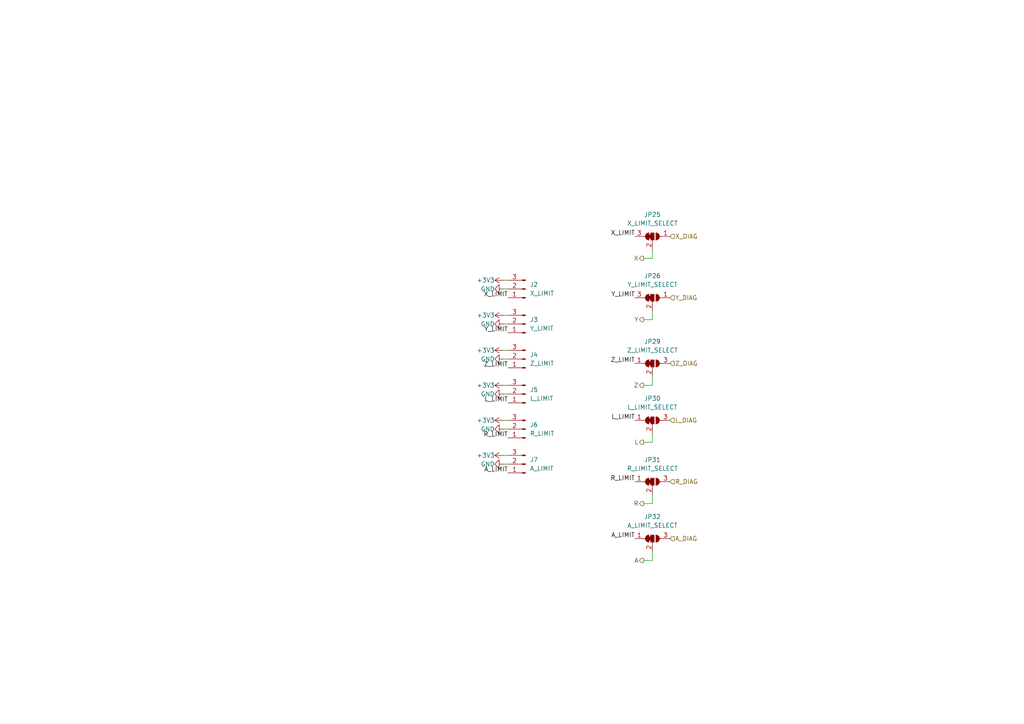
<source format=kicad_sch>
(kicad_sch (version 20230121) (generator eeschema)
  (paper "A4")
  (title_block (title "LumenPnP Motherboard") (date "2022-03-29") (company "Opulo"))
  (lib_symbols
    (symbol "Connector:Conn_01x03_Male" (pin_names (offset 1.016) hide)
      (property "Reference" "J" (at 0 5.08 0))
      (property "Value" "Conn_01x03_Male" (at 0 -5.08 0))
      (symbol "Conn_01x03_Male_1_1"
        (polyline (pts (xy 1.27 -2.54) (xy 0.8636 -2.54)) (stroke (width 0.1524)))
        (polyline (pts (xy 1.27 0) (xy 0.8636 0)) (stroke (width 0.1524)))
        (polyline (pts (xy 1.27 2.54) (xy 0.8636 2.54)) (stroke (width 0.1524)))
        (rectangle (start 0.8636 -2.413) (end 0 -2.667) (stroke (width 0.1524)) (fill (type outline)))
        (rectangle (start 0.8636 0.127) (end 0 -0.127) (stroke (width 0.1524)) (fill (type outline)))
        (rectangle (start 0.8636 2.667) (end 0 2.413) (stroke (width 0.1524)) (fill (type outline)))
        (pin passive line (at 5.08 2.54 180) (length 3.81) (name "Pin_1") (number "1"))
        (pin passive line (at 5.08 0 180) (length 3.81) (name "Pin_2") (number "2"))
        (pin passive line (at 5.08 -2.54 180) (length 3.81) (name "Pin_3") (number "3"))
      )
    )
    (symbol "Jumper:SolderJumper_3_Bridged12" (pin_names (offset 0) hide)
      (property "Reference" "JP" (at -2.54 -2.54 0))
      (property "Value" "SolderJumper_3_Bridged12" (at 0 2.794 0))
      (symbol "SolderJumper_3_Bridged12_0_1"
        (rectangle (start -1.016 0.508) (end -0.508 -0.508) (fill (type outline)))
        (arc (start -1.016 1.016) (mid -2.0276 0) (end -1.016 -1.016))
        (arc (start -1.016 1.016) (mid -2.0276 0) (end -1.016 -1.016) (fill (type outline)))
        (rectangle (start -0.508 1.016) (end 0.508 -1.016) (fill (type outline)))
        (polyline (pts (xy -2.54 0) (xy -2.032 0)))
        (polyline (pts (xy -1.016 1.016) (xy -1.016 -1.016)))
        (polyline (pts (xy 0 -1.27) (xy 0 -1.016)))
        (polyline (pts (xy 1.016 1.016) (xy 1.016 -1.016)))
        (polyline (pts (xy 2.54 0) (xy 2.032 0)))
        (arc (start 1.016 -1.016) (mid 2.0276 0) (end 1.016 1.016))
        (arc (start 1.016 -1.016) (mid 2.0276 0) (end 1.016 1.016) (fill (type outline)))
      )
      (symbol "SolderJumper_3_Bridged12_1_1"
        (pin passive line (at -5.08 0 0) (length 2.54) (name "A") (number "1"))
        (pin input line (at 0 -3.81 90) (length 2.54) (name "C") (number "2"))
        (pin passive line (at 5.08 0 180) (length 2.54) (name "B") (number "3"))
      )
    )
    (symbol "index:SolderJumper_3_Bridged23" (pin_names (offset 0) hide)
      (property "Reference" "JP" (at -2.54 -2.54 0))
      (property "Value" "SolderJumper_3_Bridged23" (at 0 2.794 0))
      (symbol "SolderJumper_3_Bridged23_0_1"
        (rectangle (start -1.016 0.508) (end -0.508 -0.508) (fill (type outline)))
        (arc (start -1.016 1.016) (mid -2.0276 0) (end -1.016 -1.016))
        (arc (start -1.016 1.016) (mid -2.0276 0) (end -1.016 -1.016) (fill (type outline)))
        (rectangle (start -0.508 1.016) (end 0.508 -1.016) (fill (type outline)))
        (polyline (pts (xy -2.54 0) (xy -2.032 0)))
        (polyline (pts (xy -1.016 1.016) (xy -1.016 -1.016)))
        (polyline (pts (xy 0 -1.27) (xy 0 -1.016)))
        (polyline (pts (xy 1.016 1.016) (xy 1.016 -1.016)))
        (polyline (pts (xy 2.54 0) (xy 2.032 0)))
        (arc (start 1.016 -1.016) (mid 2.0276 0) (end 1.016 1.016))
        (arc (start 1.016 -1.016) (mid 2.0276 0) (end 1.016 1.016) (fill (type outline)))
      )
      (symbol "SolderJumper_3_Bridged23_1_1"
        (pin passive line (at 5.08 0 180) (length 2.54) (name "B") (number "1"))
        (pin input line (at 0 -3.81 90) (length 2.54) (name "C") (number "2"))
        (pin passive line (at -5.08 0 0) (length 2.54) (name "A") (number "3"))
      )
    )
    (symbol "power:+3.3V" (power) (pin_names (offset 0))
      (property "Value" "+3.3V" (at 0 3.556 0))
      (symbol "+3.3V_0_1"
        (polyline (pts (xy -0.762 1.27) (xy 0 2.54)))
        (polyline (pts (xy 0 0) (xy 0 2.54)))
        (polyline (pts (xy 0 2.54) (xy 0.762 1.27)))
      )
      (symbol "+3.3V_1_1"
        (pin power_in line (at 0 0 90) (length 0) hide (name "+3V3") (number "1"))
      )
    )
    (symbol "power:GND" (power) (pin_names (offset 0))
      (property "Value" "GND" (at 0 -3.81 0))
      (symbol "GND_0_1"
        (polyline (pts (xy 0 0) (xy 0 -1.27) (xy 1.27 -1.27) (xy 0 -2.54) (xy -1.27 -1.27) (xy 0 -1.27)))
      )
      (symbol "GND_1_1"
        (pin power_in line (at 0 0 270) (length 0) hide (name "GND") (number "1"))
      )
    )
  )
  (wire (pts (xy 146.05 83.82) (xy 147.32 83.82)))
  (wire (pts (xy 146.05 101.6) (xy 147.32 101.6)))
  (wire (pts (xy 146.05 134.62) (xy 147.32 134.62)))
  (wire (pts (xy 189.23 111.76) (xy 189.23 109.22)))
  (wire (pts (xy 189.23 146.05) (xy 189.23 143.51)))
  (wire (pts (xy 186.69 74.93) (xy 189.23 74.93)))
  (wire (pts (xy 146.05 104.14) (xy 147.32 104.14)))
  (wire (pts (xy 189.23 162.56) (xy 189.23 160.02)))
  (wire (pts (xy 186.69 128.27) (xy 189.23 128.27)))
  (wire (pts (xy 146.05 114.3) (xy 147.32 114.3)))
  (wire (pts (xy 189.23 74.93) (xy 189.23 72.39)))
  (wire (pts (xy 146.05 111.76) (xy 147.32 111.76)))
  (wire (pts (xy 186.69 92.71) (xy 189.23 92.71)))
  (wire (pts (xy 146.05 121.92) (xy 147.32 121.92)))
  (wire (pts (xy 186.69 146.05) (xy 189.23 146.05)))
  (wire (pts (xy 186.69 162.56) (xy 189.23 162.56)))
  (wire (pts (xy 146.05 93.98) (xy 147.32 93.98)))
  (wire (pts (xy 186.69 111.76) (xy 189.23 111.76)))
  (wire (pts (xy 146.05 81.28) (xy 147.32 81.28)))
  (wire (pts (xy 189.23 92.71) (xy 189.23 90.17)))
  (wire (pts (xy 146.05 124.46) (xy 147.32 124.46)))
  (wire (pts (xy 146.05 132.08) (xy 147.32 132.08)))
  (wire (pts (xy 146.05 91.44) (xy 147.32 91.44)))
  (wire (pts (xy 189.23 128.27) (xy 189.23 125.73)))
  (label "X_LIMIT" (at 147.32 86.36 180))
  (label "Y_LIMIT" (at 147.32 96.52 180))
  (label "R_LIMIT" (at 184.15 139.7 180))
  (label "R_LIMIT" (at 147.32 127 180))
  (label "X_LIMIT" (at 184.15 68.58 180))
  (label "L_LIMIT" (at 184.15 121.92 180))
  (label "Z_LIMIT" (at 184.15 105.41 180))
  (label "Y_LIMIT" (at 184.15 86.36 180))
  (label "A_LIMIT" (at 147.32 137.16 180))
  (label "A_LIMIT" (at 184.15 156.21 180))
  (label "Z_LIMIT" (at 147.32 106.68 180))
  (label "L_LIMIT" (at 147.32 116.84 180))
  (hierarchical_label "R" (shape output) (at 186.69 146.05 180))
  (hierarchical_label "X" (shape output) (at 186.69 74.93 180))
  (hierarchical_label "Y" (shape output) (at 186.69 92.71 180))
  (hierarchical_label "L_DIAG" (shape input) (at 194.31 121.92 0))
  (hierarchical_label "A_DIAG" (shape input) (at 194.31 156.21 0))
  (hierarchical_label "R_DIAG" (shape input) (at 194.31 139.7 0))
  (hierarchical_label "Z" (shape output) (at 186.69 111.76 180))
  (hierarchical_label "A" (shape output) (at 186.69 162.56 180))
  (hierarchical_label "Y_DIAG" (shape input) (at 194.31 86.36 0))
  (hierarchical_label "L" (shape output) (at 186.69 128.27 180))
  (hierarchical_label "X_DIAG" (shape input) (at 194.31 68.58 0))
  (hierarchical_label "Z_DIAG" (shape input) (at 194.31 105.41 0))
  (symbol (lib_id "power:+3.3V") (at 146.05 132.08 90) (unit 1)
    (property "Reference" "#PWR093" (effects hide))
    (property "Value" "+3.3V" (at 143.51 132.08 90) (effects (justify left)))
  )
  (symbol (lib_id "power:+3.3V") (at 146.05 121.92 90) (unit 1)
    (property "Reference" "#PWR091" (effects hide))
    (property "Value" "+3.3V" (at 143.51 121.92 90) (effects (justify left)))
  )
  (symbol (lib_id "power:GND") (at 146.05 83.82 270) (unit 1)
    (property "Reference" "#PWR084" (effects hide))
    (property "Value" "GND" (at 143.51 83.82 90) (effects (justify right)))
  )
  (symbol (lib_id "index:SolderJumper_3_Bridged23") (at 189.23 86.36 0) (unit 1)
    (property "Reference" "JP26" (at 189.23 80.01 0))
    (property "Value" "Y_LIMIT_SELECT" (at 189.23 82.55 0))
    (property "Footprint" "Jumper:SolderJumper-3_P1.3mm_Bridged12_RoundedPad1.0x1.5mm" (effects hide))
    (property "LCSC" "DNP" (effects hide))
  )
  (symbol (lib_id "power:+3.3V") (at 146.05 111.76 90) (unit 1)
    (property "Reference" "#PWR089" (effects hide))
    (property "Value" "+3.3V" (at 143.51 111.76 90) (effects (justify left)))
  )
  (symbol (lib_id "power:+3.3V") (at 146.05 91.44 90) (unit 1)
    (property "Reference" "#PWR085" (effects hide))
    (property "Value" "+3.3V" (at 143.51 91.44 90) (effects (justify left)))
  )
  (symbol (lib_id "power:+3.3V") (at 146.05 81.28 90) (unit 1)
    (property "Reference" "#PWR083" (effects hide))
    (property "Value" "+3.3V" (at 143.51 81.28 90) (effects (justify left)))
  )
  (symbol (lib_id "Connector:Conn_01x03_Male") (at 152.4 93.98 180) (unit 1)
    (property "Reference" "J3" (at 153.67 92.71 0) (effects (justify right)))
    (property "Value" "Y_LIMIT" (at 153.67 95.25 0) (effects (justify right)))
    (property "Footprint" "Connector_JST:JST_XH_B3B-XH-A_1x03_P2.50mm_Vertical" (effects hide))
    (property "LCSC" "C2316" (effects hide))
    (property "JLCPCB" "C2316" (effects hide))
    (property "Digikey" "455-2248-ND" (effects hide))
  )
  (symbol (lib_id "Connector:Conn_01x03_Male") (at 152.4 124.46 180) (unit 1)
    (property "Reference" "J6" (at 153.67 123.19 0) (effects (justify right)))
    (property "Value" "R_LIMIT" (at 153.67 125.73 0) (effects (justify right)))
    (property "Footprint" "Connector_JST:JST_XH_B3B-XH-A_1x03_P2.50mm_Vertical" (effects hide))
    (property "LCSC" "C2316" (effects hide))
    (property "JLCPCB" "C2316" (effects hide))
    (property "Digikey" "455-2248-ND" (effects hide))
  )
  (symbol (lib_id "power:GND") (at 146.05 104.14 270) (unit 1)
    (property "Reference" "#PWR088" (effects hide))
    (property "Value" "GND" (at 143.51 104.14 90) (effects (justify right)))
  )
  (symbol (lib_id "Connector:Conn_01x03_Male") (at 152.4 83.82 180) (unit 1)
    (property "Reference" "J2" (at 153.67 82.55 0) (effects (justify right)))
    (property "Value" "X_LIMIT" (at 153.67 85.09 0) (effects (justify right)))
    (property "Footprint" "Connector_JST:JST_XH_B3B-XH-A_1x03_P2.50mm_Vertical" (effects hide))
    (property "LCSC" "C2316" (effects hide))
    (property "JLCPCB" "C2316" (effects hide))
    (property "Digikey" "455-2248-ND" (effects hide))
  )
  (symbol (lib_id "power:GND") (at 146.05 124.46 270) (unit 1)
    (property "Reference" "#PWR092" (effects hide))
    (property "Value" "GND" (at 143.51 124.46 90) (effects (justify right)))
  )
  (symbol (lib_id "Jumper:SolderJumper_3_Bridged12") (at 189.23 121.92 0) (unit 1)
    (property "Reference" "JP30" (at 189.23 115.57 0))
    (property "Value" "L_LIMIT_SELECT" (at 189.23 118.11 0))
    (property "Footprint" "Jumper:SolderJumper-3_P1.3mm_Bridged12_RoundedPad1.0x1.5mm" (effects hide))
    (property "LCSC" "DNP" (effects hide))
  )
  (symbol (lib_id "power:+3.3V") (at 146.05 101.6 90) (unit 1)
    (property "Reference" "#PWR087" (effects hide))
    (property "Value" "+3.3V" (at 143.51 101.6 90) (effects (justify left)))
  )
  (symbol (lib_id "index:SolderJumper_3_Bridged23") (at 189.23 68.58 0) (unit 1)
    (property "Reference" "JP25" (at 189.23 62.23 0))
    (property "Value" "X_LIMIT_SELECT" (at 189.23 64.77 0))
    (property "Footprint" "Jumper:SolderJumper-3_P1.3mm_Bridged12_RoundedPad1.0x1.5mm" (effects hide))
    (property "LCSC" "DNP" (effects hide))
  )
  (symbol (lib_id "power:GND") (at 146.05 114.3 270) (unit 1)
    (property "Reference" "#PWR090" (effects hide))
    (property "Value" "GND" (at 143.51 114.3 90) (effects (justify right)))
  )
  (symbol (lib_id "Jumper:SolderJumper_3_Bridged12") (at 189.23 105.41 0) (unit 1)
    (property "Reference" "JP29" (at 189.23 99.06 0))
    (property "Value" "Z_LIMIT_SELECT" (at 189.23 101.6 0))
    (property "Footprint" "Jumper:SolderJumper-3_P1.3mm_Bridged12_RoundedPad1.0x1.5mm" (effects hide))
    (property "LCSC" "DNP" (effects hide))
  )
  (symbol (lib_id "Connector:Conn_01x03_Male") (at 152.4 134.62 180) (unit 1)
    (property "Reference" "J7" (at 153.67 133.35 0) (effects (justify right)))
    (property "Value" "A_LIMIT" (at 153.67 135.89 0) (effects (justify right)))
    (property "Footprint" "Connector_JST:JST_XH_B3B-XH-A_1x03_P2.50mm_Vertical" (effects hide))
    (property "LCSC" "C2316" (effects hide))
    (property "JLCPCB" "C2316" (effects hide))
    (property "Digikey" "455-2248-ND" (effects hide))
  )
  (symbol (lib_id "power:GND") (at 146.05 93.98 270) (unit 1)
    (property "Reference" "#PWR086" (effects hide))
    (property "Value" "GND" (at 143.51 93.98 90) (effects (justify right)))
  )
  (symbol (lib_id "Jumper:SolderJumper_3_Bridged12") (at 189.23 156.21 0) (unit 1)
    (property "Reference" "JP32" (at 189.23 149.86 0))
    (property "Value" "A_LIMIT_SELECT" (at 189.23 152.4 0))
    (property "Footprint" "Jumper:SolderJumper-3_P1.3mm_Bridged12_RoundedPad1.0x1.5mm" (effects hide))
    (property "LCSC" "DNP" (effects hide))
  )
  (symbol (lib_id "Connector:Conn_01x03_Male") (at 152.4 104.14 180) (unit 1)
    (property "Reference" "J4" (at 153.67 102.87 0) (effects (justify right)))
    (property "Value" "Z_LIMIT" (at 153.67 105.41 0) (effects (justify right)))
    (property "Footprint" "Connector_JST:JST_XH_B3B-XH-A_1x03_P2.50mm_Vertical" (effects hide))
    (property "LCSC" "C2316" (effects hide))
    (property "JLCPCB" "C2316" (effects hide))
    (property "Digikey" "455-2248-ND" (effects hide))
  )
  (symbol (lib_id "power:GND") (at 146.05 134.62 270) (unit 1)
    (property "Reference" "#PWR094" (effects hide))
    (property "Value" "GND" (at 143.51 134.62 90) (effects (justify right)))
  )
  (symbol (lib_id "Connector:Conn_01x03_Male") (at 152.4 114.3 180) (unit 1)
    (property "Reference" "J5" (at 153.67 113.03 0) (effects (justify right)))
    (property "Value" "L_LIMIT" (at 153.67 115.57 0) (effects (justify right)))
    (property "Footprint" "Connector_JST:JST_XH_B3B-XH-A_1x03_P2.50mm_Vertical" (effects hide))
    (property "LCSC" "C2316" (effects hide))
    (property "JLCPCB" "C2316" (effects hide))
    (property "Digikey" "455-2248-ND" (effects hide))
  )
  (symbol (lib_id "Jumper:SolderJumper_3_Bridged12") (at 189.23 139.7 0) (unit 1)
    (property "Reference" "JP31" (at 189.23 133.35 0))
    (property "Value" "R_LIMIT_SELECT" (at 189.23 135.89 0))
    (property "Footprint" "Jumper:SolderJumper-3_P1.3mm_Bridged12_RoundedPad1.0x1.5mm" (effects hide))
    (property "LCSC" "DNP" (effects hide))
  )
)
</source>
